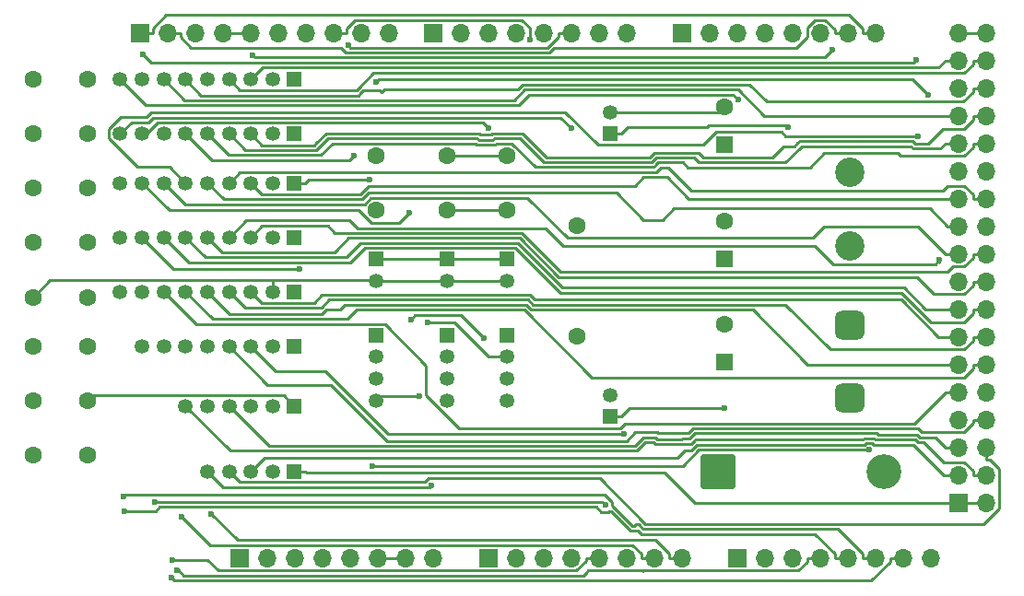
<source format=gbr>
%TF.GenerationSoftware,KiCad,Pcbnew,9.0.3*%
%TF.CreationDate,2026-02-21T11:24:43+01:00*%
%TF.ProjectId,Arduino Shield,41726475-696e-46f2-9053-6869656c642e,rev?*%
%TF.SameCoordinates,Original*%
%TF.FileFunction,Copper,L1,Top*%
%TF.FilePolarity,Positive*%
%FSLAX46Y46*%
G04 Gerber Fmt 4.6, Leading zero omitted, Abs format (unit mm)*
G04 Created by KiCad (PCBNEW 9.0.3) date 2026-02-21 11:24:43*
%MOMM*%
%LPD*%
G01*
G04 APERTURE LIST*
G04 Aperture macros list*
%AMRoundRect*
0 Rectangle with rounded corners*
0 $1 Rounding radius*
0 $2 $3 $4 $5 $6 $7 $8 $9 X,Y pos of 4 corners*
0 Add a 4 corners polygon primitive as box body*
4,1,4,$2,$3,$4,$5,$6,$7,$8,$9,$2,$3,0*
0 Add four circle primitives for the rounded corners*
1,1,$1+$1,$2,$3*
1,1,$1+$1,$4,$5*
1,1,$1+$1,$6,$7*
1,1,$1+$1,$8,$9*
0 Add four rect primitives between the rounded corners*
20,1,$1+$1,$2,$3,$4,$5,0*
20,1,$1+$1,$4,$5,$6,$7,0*
20,1,$1+$1,$6,$7,$8,$9,0*
20,1,$1+$1,$8,$9,$2,$3,0*%
G04 Aperture macros list end*
%TA.AperFunction,ComponentPad*%
%ADD10R,1.700000X1.700000*%
%TD*%
%TA.AperFunction,ComponentPad*%
%ADD11O,1.700000X1.700000*%
%TD*%
%TA.AperFunction,ComponentPad*%
%ADD12RoundRect,0.675000X0.675000X-0.675000X0.675000X0.675000X-0.675000X0.675000X-0.675000X-0.675000X0*%
%TD*%
%TA.AperFunction,ComponentPad*%
%ADD13C,2.700000*%
%TD*%
%TA.AperFunction,ComponentPad*%
%ADD14C,1.600000*%
%TD*%
%TA.AperFunction,ComponentPad*%
%ADD15R,1.350000X1.350000*%
%TD*%
%TA.AperFunction,ComponentPad*%
%ADD16C,1.350000*%
%TD*%
%TA.AperFunction,ComponentPad*%
%ADD17RoundRect,0.250000X-1.350000X-1.350000X1.350000X-1.350000X1.350000X1.350000X-1.350000X1.350000X0*%
%TD*%
%TA.AperFunction,ComponentPad*%
%ADD18C,3.200000*%
%TD*%
%TA.AperFunction,ComponentPad*%
%ADD19RoundRect,0.250000X0.550000X-0.550000X0.550000X0.550000X-0.550000X0.550000X-0.550000X-0.550000X0*%
%TD*%
%TA.AperFunction,ViaPad*%
%ADD20C,0.600000*%
%TD*%
%TA.AperFunction,Conductor*%
%ADD21C,0.250000*%
%TD*%
G04 APERTURE END LIST*
D10*
%TO.P,J7,1,Pin_1*%
%TO.N,GND*%
X193980000Y-92380000D03*
D11*
%TO.P,J7,2,Pin_2*%
X196520000Y-92380000D03*
%TO.P,J7,3,Pin_3*%
%TO.N,SPI_SCK*%
X193980000Y-89840000D03*
%TO.P,J7,4,Pin_4*%
%TO.N,SD_CS*%
X196520000Y-89840000D03*
%TO.P,J7,5,Pin_5*%
%TO.N,SPI_MISO*%
X193980000Y-87300000D03*
%TO.P,J7,6,Pin_6*%
%TO.N,SPI_MOSI*%
X196520000Y-87300000D03*
%TO.P,J7,7,Pin_7*%
%TO.N,SHARED_RST*%
X193980000Y-84760000D03*
%TO.P,J7,8,Pin_8*%
%TO.N,CH_MAIN_SCR_DC*%
X196520000Y-84760000D03*
%TO.P,J7,9,Pin_9*%
%TO.N,CH5_ENC_SW*%
X193980000Y-82220000D03*
%TO.P,J7,10,Pin_10*%
%TO.N,/47*%
X196520000Y-82220000D03*
%TO.P,J7,11,Pin_11*%
%TO.N,CH5_ENC_CLK*%
X193980000Y-79680000D03*
%TO.P,J7,12,Pin_12*%
%TO.N,CH5_ENC_DT*%
X196520000Y-79680000D03*
%TO.P,J7,13,Pin_13*%
%TO.N,CH5_SCR_CS*%
X193980000Y-77140000D03*
%TO.P,J7,14,Pin_14*%
%TO.N,CH5_SCR_DC*%
X196520000Y-77140000D03*
%TO.P,J7,15,Pin_15*%
%TO.N,CH4_ENC_DT*%
X193980000Y-74600000D03*
%TO.P,J7,16,Pin_16*%
%TO.N,CH4_ENC_SW*%
X196520000Y-74600000D03*
%TO.P,J7,17,Pin_17*%
%TO.N,CH4_SCR_DC*%
X193980000Y-72060000D03*
%TO.P,J7,18,Pin_18*%
%TO.N,CH4_ENC_CLK*%
X196520000Y-72060000D03*
%TO.P,J7,19,Pin_19*%
%TO.N,CH3_ENC_SW*%
X193980000Y-69520000D03*
%TO.P,J7,20,Pin_20*%
%TO.N,CH4_SCR_CS*%
X196520000Y-69520000D03*
%TO.P,J7,21,Pin_21*%
%TO.N,CH3_ENC_CLK*%
X193980000Y-66980000D03*
%TO.P,J7,22,Pin_22*%
%TO.N,CH3_ENC_DT*%
X196520000Y-66980000D03*
%TO.P,J7,23,Pin_23*%
%TO.N,CH3_SCR_CS*%
X193980000Y-64440000D03*
%TO.P,J7,24,Pin_24*%
%TO.N,CH3_SCR_DC*%
X196520000Y-64440000D03*
%TO.P,J7,25,Pin_25*%
%TO.N,CH2_ENC_DT*%
X193980000Y-61900000D03*
%TO.P,J7,26,Pin_26*%
%TO.N,CH2_ENC_SW*%
X196520000Y-61900000D03*
%TO.P,J7,27,Pin_27*%
%TO.N,CH2_SCR_DC*%
X193980000Y-59360000D03*
%TO.P,J7,28,Pin_28*%
%TO.N,CH2_ENC_CLK*%
X196520000Y-59360000D03*
%TO.P,J7,29,Pin_29*%
%TO.N,CH1_ENC_SW*%
X193980000Y-56820000D03*
%TO.P,J7,30,Pin_30*%
%TO.N,CH2_SCR_CS*%
X196520000Y-56820000D03*
%TO.P,J7,31,Pin_31*%
%TO.N,CH1_ENC_CLK*%
X193980000Y-54280000D03*
%TO.P,J7,32,Pin_32*%
%TO.N,CH1_ENC_DT*%
X196520000Y-54280000D03*
%TO.P,J7,33,Pin_33*%
%TO.N,CH1_SCR_CS*%
X193980000Y-51740000D03*
%TO.P,J7,34,Pin_34*%
%TO.N,CH1_SCR_DC*%
X196520000Y-51740000D03*
%TO.P,J7,35,Pin_35*%
%TO.N,+5V*%
X193980000Y-49200000D03*
%TO.P,J7,36,Pin_36*%
X196520000Y-49200000D03*
%TD*%
D10*
%TO.P,J1,1,Pin_1*%
%TO.N,unconnected-(J1-Pin_1-Pad1)*%
X127940000Y-97460000D03*
D11*
%TO.P,J1,2,Pin_2*%
%TO.N,/IOREF*%
X130480000Y-97460000D03*
%TO.P,J1,3,Pin_3*%
%TO.N,/~{RESET}*%
X133020000Y-97460000D03*
%TO.P,J1,4,Pin_4*%
%TO.N,+3V3*%
X135560000Y-97460000D03*
%TO.P,J1,5,Pin_5*%
%TO.N,+5V*%
X138100000Y-97460000D03*
%TO.P,J1,6,Pin_6*%
%TO.N,GND*%
X140640000Y-97460000D03*
%TO.P,J1,7,Pin_7*%
X143180000Y-97460000D03*
%TO.P,J1,8,Pin_8*%
%TO.N,VCC*%
X145720000Y-97460000D03*
%TD*%
D10*
%TO.P,J3,1,Pin_1*%
%TO.N,CH1_FADER_OUT*%
X150800000Y-97460000D03*
D11*
%TO.P,J3,2,Pin_2*%
%TO.N,CH2_FADER_OUT*%
X153340000Y-97460000D03*
%TO.P,J3,3,Pin_3*%
%TO.N,CH3_FADER_OUT*%
X155880000Y-97460000D03*
%TO.P,J3,4,Pin_4*%
%TO.N,CH4_FADER_OUT*%
X158420000Y-97460000D03*
%TO.P,J3,5,Pin_5*%
%TO.N,CH5_FADER_OUT*%
X160960000Y-97460000D03*
%TO.P,J3,6,Pin_6*%
%TO.N,CH_MAIN_SCR_CS*%
X163500000Y-97460000D03*
%TO.P,J3,7,Pin_7*%
%TO.N,CH_MAIN_ENC_CLK*%
X166040000Y-97460000D03*
%TO.P,J3,8,Pin_8*%
%TO.N,CH_MAIN_ENC_DT*%
X168580000Y-97460000D03*
%TD*%
D10*
%TO.P,J5,1,Pin_1*%
%TO.N,CH_MAIN_ENC_SW*%
X173660000Y-97460000D03*
D11*
%TO.P,J5,2,Pin_2*%
%TO.N,CH1_SCR_RST*%
X176200000Y-97460000D03*
%TO.P,J5,3,Pin_3*%
%TO.N,CH2_SCR_RST*%
X178740000Y-97460000D03*
%TO.P,J5,4,Pin_4*%
%TO.N,CH3_SCR_RST*%
X181280000Y-97460000D03*
%TO.P,J5,5,Pin_5*%
%TO.N,CH4_SCR_RST*%
X183820000Y-97460000D03*
%TO.P,J5,6,Pin_6*%
%TO.N,CH5_SCR_RST*%
X186360000Y-97460000D03*
%TO.P,J5,7,Pin_7*%
%TO.N,MAIN_SCR_RST*%
X188900000Y-97460000D03*
%TO.P,J5,8,Pin_8*%
%TO.N,/A15*%
X191440000Y-97460000D03*
%TD*%
D10*
%TO.P,J2,1,Pin_1*%
%TO.N,/SCL{slash}21*%
X118796000Y-49200000D03*
D11*
%TO.P,J2,2,Pin_2*%
%TO.N,/SDA{slash}20*%
X121336000Y-49200000D03*
%TO.P,J2,3,Pin_3*%
%TO.N,/AREF*%
X123876000Y-49200000D03*
%TO.P,J2,4,Pin_4*%
%TO.N,GND*%
X126416000Y-49200000D03*
%TO.P,J2,5,Pin_5*%
X128956000Y-49200000D03*
%TO.P,J2,6,Pin_6*%
%TO.N,SCR_BL_PWM*%
X131496000Y-49200000D03*
%TO.P,J2,7,Pin_7*%
%TO.N,CH5_MOTOR_B*%
X134036000Y-49200000D03*
%TO.P,J2,8,Pin_8*%
%TO.N,CH5_MOTOR_A*%
X136576000Y-49200000D03*
%TO.P,J2,9,Pin_9*%
%TO.N,CH4_MOTOR_B*%
X139116000Y-49200000D03*
%TO.P,J2,10,Pin_10*%
%TO.N,CH4_MOTOR_A*%
X141656000Y-49200000D03*
%TD*%
D10*
%TO.P,J4,1,Pin_1*%
%TO.N,CH3_MOTOR_B*%
X145720000Y-49200000D03*
D11*
%TO.P,J4,2,Pin_2*%
%TO.N,CH3_MOTOR_A*%
X148260000Y-49200000D03*
%TO.P,J4,3,Pin_3*%
%TO.N,CH2_MOTOR_B*%
X150800000Y-49200000D03*
%TO.P,J4,4,Pin_4*%
%TO.N,CH2_MOTOR_A*%
X153340000Y-49200000D03*
%TO.P,J4,5,Pin_5*%
%TO.N,CH1_MOTOR_B*%
X155880000Y-49200000D03*
%TO.P,J4,6,Pin_6*%
%TO.N,CH1_MOTOR_A*%
X158420000Y-49200000D03*
%TO.P,J4,7,Pin_7*%
%TO.N,/TX0{slash}1*%
X160960000Y-49200000D03*
%TO.P,J4,8,Pin_8*%
%TO.N,/RX0{slash}0*%
X163500000Y-49200000D03*
%TD*%
D10*
%TO.P,J6,1,Pin_1*%
%TO.N,/TX3{slash}14*%
X168580000Y-49200000D03*
D11*
%TO.P,J6,2,Pin_2*%
%TO.N,/RX3{slash}15*%
X171120000Y-49200000D03*
%TO.P,J6,3,Pin_3*%
%TO.N,/TX2{slash}16*%
X173660000Y-49200000D03*
%TO.P,J6,4,Pin_4*%
%TO.N,/RX2{slash}17*%
X176200000Y-49200000D03*
%TO.P,J6,5,Pin_5*%
%TO.N,/TX1{slash}18*%
X178740000Y-49200000D03*
%TO.P,J6,6,Pin_6*%
%TO.N,/RX1{slash}19*%
X181280000Y-49200000D03*
%TO.P,J6,7,Pin_7*%
%TO.N,/SDA{slash}20*%
X183820000Y-49200000D03*
%TO.P,J6,8,Pin_8*%
%TO.N,/SCL{slash}21*%
X186360000Y-49200000D03*
%TD*%
D12*
%TO.P,F1,1*%
%TO.N,Net-(D1-A)*%
X184000000Y-82800000D03*
X184000000Y-76040000D03*
D13*
%TO.P,F1,2*%
%TO.N,Net-(J18-Pin_1)*%
X184000000Y-68760000D03*
X184000000Y-62000000D03*
%TD*%
D14*
%TO.P,C15,1*%
%TO.N,GND*%
X114000000Y-78000000D03*
%TO.P,C15,2*%
%TO.N,E_VCC*%
X109000000Y-78000000D03*
%TD*%
%TO.P,C8,1*%
%TO.N,E_VCC*%
X152500000Y-65500000D03*
%TO.P,C8,2*%
%TO.N,GND*%
X152500000Y-60500000D03*
%TD*%
D15*
%TO.P,J22,1,Pin_1*%
%TO.N,GND*%
X140500000Y-70000000D03*
D16*
%TO.P,J22,2,Pin_2*%
%TO.N,E_VCC*%
X140500000Y-72000000D03*
%TD*%
D14*
%TO.P,C9,1*%
%TO.N,GND*%
X114000000Y-83000000D03*
%TO.P,C9,2*%
%TO.N,E_VCC*%
X109000000Y-83000000D03*
%TD*%
D15*
%TO.P,J9,1,Pin_1*%
%TO.N,GND*%
X133000000Y-53500000D03*
D16*
%TO.P,J9,2,Pin_2*%
%TO.N,E_VCC*%
X131000000Y-53500000D03*
%TO.P,J9,3,Pin_3*%
%TO.N,CH1_SCR_CS*%
X129000000Y-53500000D03*
%TO.P,J9,4,Pin_4*%
%TO.N,CH1_SCR_DC*%
X127000000Y-53500000D03*
%TO.P,J9,5,Pin_5*%
%TO.N,CH1_ENC_CLK*%
X125000000Y-53500000D03*
%TO.P,J9,6,Pin_6*%
%TO.N,CH1_ENC_DT*%
X123000000Y-53500000D03*
%TO.P,J9,7,Pin_7*%
%TO.N,CH1_ENC_SW*%
X121000000Y-53500000D03*
%TO.P,J9,8,Pin_8*%
%TO.N,CH1_FADER_OUT*%
X119000000Y-53500000D03*
%TO.P,J9,9,Pin_9*%
%TO.N,CH1_SCR_RST*%
X117000000Y-53500000D03*
%TD*%
D15*
%TO.P,J19,1,Pin_1*%
%TO.N,GND*%
X152500000Y-70000000D03*
D16*
%TO.P,J19,2,Pin_2*%
%TO.N,E_VCC*%
X152500000Y-72000000D03*
%TD*%
D14*
%TO.P,C7,1*%
%TO.N,E_VCC*%
X147000000Y-65500000D03*
%TO.P,C7,2*%
%TO.N,GND*%
X147000000Y-60500000D03*
%TD*%
%TO.P,C13,1*%
%TO.N,GND*%
X114000000Y-73500000D03*
%TO.P,C13,2*%
%TO.N,E_VCC*%
X109000000Y-73500000D03*
%TD*%
D15*
%TO.P,J14,1,Pin_1*%
%TO.N,GND*%
X133000000Y-78000000D03*
D16*
%TO.P,J14,2,Pin_2*%
%TO.N,E_VCC*%
X131000000Y-78000000D03*
%TO.P,J14,3,Pin_3*%
%TO.N,CH_MAIN_SCR_CS*%
X129000000Y-78000000D03*
%TO.P,J14,4,Pin_4*%
%TO.N,CH_MAIN_SCR_DC*%
X127000000Y-78000000D03*
%TO.P,J14,5,Pin_5*%
%TO.N,CH_MAIN_ENC_CLK*%
X125000000Y-78000000D03*
%TO.P,J14,6,Pin_6*%
%TO.N,CH_MAIN_ENC_DT*%
X123000000Y-78000000D03*
%TO.P,J14,7,Pin_7*%
%TO.N,CH_MAIN_ENC_SW*%
X121000000Y-78000000D03*
%TO.P,J14,8,Pin_8*%
%TO.N,MAIN_SCR_RST*%
X119000000Y-78000000D03*
%TD*%
D15*
%TO.P,J12,1,Pin_1*%
%TO.N,GND*%
X133000000Y-68000000D03*
D16*
%TO.P,J12,2,Pin_2*%
%TO.N,E_VCC*%
X131000000Y-68000000D03*
%TO.P,J12,3,Pin_3*%
%TO.N,CH4_SCR_CS*%
X129000000Y-68000000D03*
%TO.P,J12,4,Pin_4*%
%TO.N,CH4_SCR_DC*%
X127000000Y-68000000D03*
%TO.P,J12,5,Pin_5*%
%TO.N,CH4_ENC_CLK*%
X125000000Y-68000000D03*
%TO.P,J12,6,Pin_6*%
%TO.N,CH4_ENC_DT*%
X123000000Y-68000000D03*
%TO.P,J12,7,Pin_7*%
%TO.N,CH4_ENC_SW*%
X121000000Y-68000000D03*
%TO.P,J12,8,Pin_8*%
%TO.N,CH4_FADER_OUT*%
X119000000Y-68000000D03*
%TO.P,J12,9,Pin_9*%
%TO.N,CH4_SCR_RST*%
X117000000Y-68000000D03*
%TD*%
D15*
%TO.P,J21,1,Pin_1*%
%TO.N,GND*%
X147000000Y-70000000D03*
D16*
%TO.P,J21,2,Pin_2*%
%TO.N,E_VCC*%
X147000000Y-72000000D03*
%TD*%
D17*
%TO.P,D1,1,K*%
%TO.N,E_VCC*%
X171880000Y-89500000D03*
D18*
%TO.P,D1,2,A*%
%TO.N,Net-(D1-A)*%
X187120000Y-89500000D03*
%TD*%
D19*
%TO.P,C2,1*%
%TO.N,E_VCC*%
X172500000Y-70000000D03*
D14*
%TO.P,C2,2*%
%TO.N,GND*%
X172500000Y-66500000D03*
%TD*%
%TO.P,C14,1*%
%TO.N,GND*%
X114000000Y-68500000D03*
%TO.P,C14,2*%
%TO.N,E_VCC*%
X109000000Y-68500000D03*
%TD*%
D15*
%TO.P,J23,1,Pin_1*%
%TO.N,E_VCC*%
X162000000Y-84500000D03*
D16*
%TO.P,J23,2,Pin_2*%
%TO.N,Net-(J23-Pin_2)*%
X162000000Y-82500000D03*
%TD*%
D15*
%TO.P,J18,1,Pin_1*%
%TO.N,Net-(J18-Pin_1)*%
X162000000Y-58500000D03*
D16*
%TO.P,J18,2,Pin_2*%
%TO.N,GND*%
X162000000Y-56500000D03*
%TD*%
D15*
%TO.P,J15,1,Pin_1*%
%TO.N,CH5_MOTOR_A*%
X152500000Y-77000000D03*
D16*
%TO.P,J15,2,Pin_2*%
%TO.N,CH5_MOTOR_B*%
X152500000Y-79000000D03*
%TO.P,J15,3,Pin_3*%
%TO.N,unconnected-(J15-Pin_3-Pad3)*%
X152500000Y-81000000D03*
%TO.P,J15,4,Pin_4*%
%TO.N,unconnected-(J15-Pin_4-Pad4)*%
X152500000Y-83000000D03*
%TD*%
D15*
%TO.P,J8,1,Pin_1*%
%TO.N,GND*%
X133000000Y-89500000D03*
D16*
%TO.P,J8,2,Pin_2*%
%TO.N,E_VCC*%
X131000000Y-89500000D03*
%TO.P,J8,3,Pin_3*%
%TO.N,SPI_SCK*%
X129000000Y-89500000D03*
%TO.P,J8,4,Pin_4*%
%TO.N,SPI_MOSI*%
X127000000Y-89500000D03*
%TO.P,J8,5,Pin_5*%
%TO.N,SCR_BL_PWM*%
X125000000Y-89500000D03*
%TD*%
D19*
%TO.P,C1,1*%
%TO.N,E_VCC*%
X172500000Y-59500000D03*
D14*
%TO.P,C1,2*%
%TO.N,GND*%
X172500000Y-56000000D03*
%TD*%
%TO.P,C6,1*%
%TO.N,GND*%
X140500000Y-65500000D03*
%TO.P,C6,2*%
%TO.N,E_VCC*%
X140500000Y-60500000D03*
%TD*%
%TO.P,C10,1*%
%TO.N,GND*%
X114000000Y-53500000D03*
%TO.P,C10,2*%
%TO.N,E_VCC*%
X109000000Y-53500000D03*
%TD*%
D19*
%TO.P,C3,1*%
%TO.N,E_VCC*%
X172500000Y-79500000D03*
D14*
%TO.P,C3,2*%
%TO.N,GND*%
X172500000Y-76000000D03*
%TD*%
D15*
%TO.P,J10,1,Pin_1*%
%TO.N,GND*%
X133000000Y-58500000D03*
D16*
%TO.P,J10,2,Pin_2*%
%TO.N,E_VCC*%
X131000000Y-58500000D03*
%TO.P,J10,3,Pin_3*%
%TO.N,CH2_SCR_CS*%
X129000000Y-58500000D03*
%TO.P,J10,4,Pin_4*%
%TO.N,CH2_SCR_DC*%
X127000000Y-58500000D03*
%TO.P,J10,5,Pin_5*%
%TO.N,CH2_ENC_CLK*%
X125000000Y-58500000D03*
%TO.P,J10,6,Pin_6*%
%TO.N,CH2_ENC_DT*%
X123000000Y-58500000D03*
%TO.P,J10,7,Pin_7*%
%TO.N,CH2_ENC_SW*%
X121000000Y-58500000D03*
%TO.P,J10,8,Pin_8*%
%TO.N,CH2_FADER_OUT*%
X119000000Y-58500000D03*
%TO.P,J10,9,Pin_9*%
%TO.N,CH2_SCR_RST*%
X117000000Y-58500000D03*
%TD*%
D15*
%TO.P,J11,1,Pin_1*%
%TO.N,GND*%
X133000000Y-63000000D03*
D16*
%TO.P,J11,2,Pin_2*%
%TO.N,E_VCC*%
X131000000Y-63000000D03*
%TO.P,J11,3,Pin_3*%
%TO.N,CH3_SCR_CS*%
X129000000Y-63000000D03*
%TO.P,J11,4,Pin_4*%
%TO.N,CH3_SCR_DC*%
X127000000Y-63000000D03*
%TO.P,J11,5,Pin_5*%
%TO.N,CH3_ENC_CLK*%
X125000000Y-63000000D03*
%TO.P,J11,6,Pin_6*%
%TO.N,CH3_ENC_DT*%
X123000000Y-63000000D03*
%TO.P,J11,7,Pin_7*%
%TO.N,CH3_ENC_SW*%
X121000000Y-63000000D03*
%TO.P,J11,8,Pin_8*%
%TO.N,CH3_FADER_OUT*%
X119000000Y-63000000D03*
%TO.P,J11,9,Pin_9*%
%TO.N,CH3_SCR_RST*%
X117000000Y-63000000D03*
%TD*%
D15*
%TO.P,J17,1,Pin_1*%
%TO.N,CH1_MOTOR_A*%
X140500000Y-77000000D03*
D16*
%TO.P,J17,2,Pin_2*%
%TO.N,CH1_MOTOR_B*%
X140500000Y-79000000D03*
%TO.P,J17,3,Pin_3*%
%TO.N,CH2_MOTOR_A*%
X140500000Y-81000000D03*
%TO.P,J17,4,Pin_4*%
%TO.N,CH2_MOTOR_B*%
X140500000Y-83000000D03*
%TD*%
D14*
%TO.P,C11,1*%
%TO.N,GND*%
X114000000Y-58500000D03*
%TO.P,C11,2*%
%TO.N,E_VCC*%
X109000000Y-58500000D03*
%TD*%
%TO.P,R1,1*%
%TO.N,Net-(J23-Pin_2)*%
X159000000Y-66920000D03*
%TO.P,R1,2*%
%TO.N,GND*%
X159000000Y-77080000D03*
%TD*%
%TO.P,C4,1*%
%TO.N,GND*%
X114000000Y-88000000D03*
%TO.P,C4,2*%
%TO.N,E_VCC*%
X109000000Y-88000000D03*
%TD*%
%TO.P,C12,1*%
%TO.N,GND*%
X114000000Y-63500000D03*
%TO.P,C12,2*%
%TO.N,E_VCC*%
X109000000Y-63500000D03*
%TD*%
D15*
%TO.P,J16,1,Pin_1*%
%TO.N,CH3_MOTOR_A*%
X147000000Y-77000000D03*
D16*
%TO.P,J16,2,Pin_2*%
%TO.N,CH3_MOTOR_B*%
X147000000Y-79000000D03*
%TO.P,J16,3,Pin_3*%
%TO.N,CH4_MOTOR_A*%
X147000000Y-81000000D03*
%TO.P,J16,4,Pin_4*%
%TO.N,CH4_MOTOR_B*%
X147000000Y-83000000D03*
%TD*%
D15*
%TO.P,J13,1,Pin_1*%
%TO.N,GND*%
X133000000Y-73000000D03*
D16*
%TO.P,J13,2,Pin_2*%
%TO.N,E_VCC*%
X131000000Y-73000000D03*
%TO.P,J13,3,Pin_3*%
%TO.N,CH5_SCR_CS*%
X129000000Y-73000000D03*
%TO.P,J13,4,Pin_4*%
%TO.N,CH5_SCR_DC*%
X127000000Y-73000000D03*
%TO.P,J13,5,Pin_5*%
%TO.N,CH5_ENC_CLK*%
X125000000Y-73000000D03*
%TO.P,J13,6,Pin_6*%
%TO.N,CH5_ENC_DT*%
X123000000Y-73000000D03*
%TO.P,J13,7,Pin_7*%
%TO.N,CH5_ENC_SW*%
X121000000Y-73000000D03*
%TO.P,J13,8,Pin_8*%
%TO.N,CH5_FADER_OUT*%
X119000000Y-73000000D03*
%TO.P,J13,9,Pin_9*%
%TO.N,CH5_SCR_RST*%
X117000000Y-73000000D03*
%TD*%
D15*
%TO.P,J20,1,Pin_1*%
%TO.N,GND*%
X133000000Y-83500000D03*
D16*
%TO.P,J20,2,Pin_2*%
%TO.N,E_VCC*%
X131000000Y-83500000D03*
%TO.P,J20,3,Pin_3*%
%TO.N,SPI_MOSI*%
X129000000Y-83500000D03*
%TO.P,J20,4,Pin_4*%
%TO.N,SPI_MISO*%
X127000000Y-83500000D03*
%TO.P,J20,5,Pin_5*%
%TO.N,SPI_SCK*%
X125000000Y-83500000D03*
%TO.P,J20,6,Pin_6*%
%TO.N,SD_CS*%
X123000000Y-83500000D03*
%TD*%
D20*
%TO.N,GND*%
X139876600Y-62671800D03*
%TO.N,E_VCC*%
X172500000Y-83740200D03*
%TO.N,+5V*%
X185811400Y-87532800D03*
X140125000Y-89002000D03*
%TO.N,CH5_SCR_RST*%
X117282000Y-91840500D03*
%TO.N,MAIN_SCR_RST*%
X121748900Y-99304000D03*
%TO.N,CH3_SCR_RST*%
X122240000Y-98636700D03*
%TO.N,CH4_SCR_RST*%
X117352800Y-93149300D03*
%TO.N,CH1_SCR_RST*%
X173745900Y-55316200D03*
%TO.N,CH2_SCR_RST*%
X158480900Y-58001500D03*
%TO.N,Net-(J18-Pin_1)*%
X178382100Y-57900700D03*
%TO.N,SCR_BL_PWM*%
X145596000Y-90773400D03*
%TO.N,CH1_ENC_CLK*%
X182406500Y-50754800D03*
X129185900Y-51251200D03*
%TO.N,CH2_ENC_SW*%
X119091800Y-51195100D03*
X190081200Y-51721200D03*
%TO.N,CH2_FADER_OUT*%
X150813300Y-57964600D03*
%TO.N,CH2_ENC_DT*%
X191223100Y-54889500D03*
X140493100Y-53750600D03*
X138462100Y-60464900D03*
%TO.N,CH3_ENC_DT*%
X190249400Y-58713300D03*
%TO.N,CH3_FADER_OUT*%
X150383200Y-77227300D03*
X143531900Y-65772400D03*
X143704100Y-75536100D03*
%TO.N,CH4_FADER_OUT*%
X133489900Y-70906600D03*
%TO.N,CH4_SCR_DC*%
X192266800Y-70077000D03*
%TO.N,CH5_FADER_OUT*%
X121806300Y-97672700D03*
%TO.N,CH_MAIN_ENC_DT*%
X125350700Y-93399200D03*
%TO.N,CH_MAIN_ENC_CLK*%
X122672500Y-93712600D03*
%TO.N,CH_MAIN_ENC_SW*%
X120198500Y-92299400D03*
X161580600Y-92607200D03*
%TO.N,CH_MAIN_SCR_CS*%
X163262100Y-86098200D03*
%TO.N,CH5_MOTOR_A*%
X154610000Y-49851200D03*
%TO.N,CH5_MOTOR_B*%
X145204000Y-75797400D03*
%TO.N,CH2_MOTOR_B*%
X144481800Y-82584200D03*
%TO.N,CH1_MOTOR_A*%
X137974500Y-50373100D03*
%TD*%
D21*
%TO.N,GND*%
X134329900Y-62671800D02*
X134001700Y-63000000D01*
X147000000Y-70000000D02*
X140500000Y-70000000D01*
X139876600Y-62671800D02*
X134329900Y-62671800D01*
X140640000Y-97460000D02*
X143180000Y-97460000D01*
X172000000Y-56500000D02*
X172500000Y-56000000D01*
X167023900Y-89628700D02*
X169775200Y-92380000D01*
X134130400Y-89628700D02*
X167023900Y-89628700D01*
X162000000Y-56500000D02*
X172000000Y-56500000D01*
X193980000Y-92380000D02*
X196520000Y-92380000D01*
X128956000Y-49200000D02*
X126416000Y-49200000D01*
X134001700Y-89500000D02*
X134130400Y-89628700D01*
X133000000Y-89500000D02*
X134001700Y-89500000D01*
X133000000Y-63000000D02*
X134001700Y-63000000D01*
X147000000Y-70000000D02*
X152500000Y-70000000D01*
X133000000Y-83500000D02*
X131998300Y-82498300D01*
X131998300Y-82498300D02*
X114501700Y-82498300D01*
X169775200Y-92380000D02*
X193980000Y-92380000D01*
X114501700Y-82498300D02*
X114000000Y-83000000D01*
X152500000Y-60500000D02*
X147000000Y-60500000D01*
%TO.N,E_VCC*%
X163761500Y-83740200D02*
X163001700Y-84500000D01*
X110551300Y-71948700D02*
X109000000Y-73500000D01*
X172500000Y-83740200D02*
X163761500Y-83740200D01*
X131000000Y-71948700D02*
X131000000Y-73000000D01*
X140500000Y-72000000D02*
X147000000Y-72000000D01*
X152500000Y-72000000D02*
X147000000Y-72000000D01*
X162000000Y-84500000D02*
X163001700Y-84500000D01*
X140500000Y-72000000D02*
X140448700Y-71948700D01*
X140448700Y-71948700D02*
X131000000Y-71948700D01*
X131000000Y-71948700D02*
X110551300Y-71948700D01*
X152500000Y-65500000D02*
X147000000Y-65500000D01*
%TO.N,+5V*%
X193980000Y-49200000D02*
X196520000Y-49200000D01*
X168693200Y-89002000D02*
X170149900Y-87545300D01*
X140125000Y-89002000D02*
X168693200Y-89002000D01*
X185798900Y-87545300D02*
X185811400Y-87532800D01*
X170149900Y-87545300D02*
X185798900Y-87545300D01*
%TO.N,CH5_SCR_RST*%
X185183300Y-97460000D02*
X185183300Y-97092300D01*
X164811500Y-94594800D02*
X164811500Y-94550000D01*
X164354900Y-94369600D02*
X164181500Y-94543000D01*
X162207300Y-92672200D02*
X162207300Y-92347600D01*
X161532400Y-91672700D02*
X117449800Y-91672700D01*
X164181500Y-94543000D02*
X164078100Y-94543000D01*
X165036500Y-94819800D02*
X164811500Y-94594800D01*
X185183300Y-97092300D02*
X182910800Y-94819800D01*
X164078100Y-94543000D02*
X162207300Y-92672200D01*
X162207300Y-92347600D02*
X161532400Y-91672700D01*
X117449800Y-91672700D02*
X117282000Y-91840500D01*
X186360000Y-97460000D02*
X185183300Y-97460000D01*
X182910800Y-94819800D02*
X165036500Y-94819800D01*
X164811500Y-94550000D02*
X164631100Y-94369600D01*
X164631100Y-94369600D02*
X164354900Y-94369600D01*
%TO.N,MAIN_SCR_RST*%
X186010900Y-99540100D02*
X187723300Y-97827700D01*
X187723300Y-97827700D02*
X187723300Y-97460000D01*
X121748900Y-99304000D02*
X121985000Y-99540100D01*
X188900000Y-97460000D02*
X187723300Y-97460000D01*
X121985000Y-99540100D02*
X186010900Y-99540100D01*
%TO.N,CH3_SCR_RST*%
X159821900Y-98823800D02*
X160007500Y-98638200D01*
X181280000Y-97460000D02*
X180103300Y-97460000D01*
X122360800Y-98636700D02*
X122240000Y-98636700D01*
X165050000Y-98675700D02*
X165087500Y-98638200D01*
X165012500Y-98638200D02*
X165050000Y-98675700D01*
X179292900Y-98638200D02*
X180103300Y-97827800D01*
X180103300Y-97827800D02*
X180103300Y-97460000D01*
X159557300Y-99088400D02*
X159821900Y-98823800D01*
X159821900Y-98823800D02*
X160007500Y-98638200D01*
X165050000Y-98675700D02*
X165087500Y-98638200D01*
X160007500Y-98638200D02*
X165012500Y-98638200D01*
X165087500Y-98638200D02*
X179292900Y-98638200D01*
X122360800Y-98636700D02*
X122812500Y-99088400D01*
X122812500Y-99088400D02*
X159557300Y-99088400D01*
%TO.N,CH4_SCR_RST*%
X164522300Y-94944400D02*
X164849400Y-95271500D01*
X182643300Y-97092200D02*
X182643300Y-97460000D01*
X161173100Y-93233900D02*
X161840200Y-93233900D01*
X163891700Y-94995400D02*
X164367900Y-94995400D01*
X162070600Y-93174300D02*
X163891700Y-94995400D01*
X160697500Y-92758300D02*
X161173100Y-93233900D01*
X164367900Y-94995400D02*
X164418900Y-94944400D01*
X120625900Y-92758300D02*
X160697500Y-92758300D01*
X164418900Y-94944400D02*
X164522300Y-94944400D01*
X183820000Y-97460000D02*
X182643300Y-97460000D01*
X161840200Y-93233900D02*
X161899800Y-93174300D01*
X120234900Y-93149300D02*
X120625900Y-92758300D01*
X164849400Y-95271500D02*
X180822600Y-95271500D01*
X117352800Y-93149300D02*
X120234900Y-93149300D01*
X161899800Y-93174300D02*
X162070600Y-93174300D01*
X180822600Y-95271500D02*
X182643300Y-97092200D01*
%TO.N,CH1_SCR_RST*%
X153588100Y-55863100D02*
X154577900Y-54873300D01*
X173303000Y-54873300D02*
X173745900Y-55316200D01*
X117000000Y-53500000D02*
X119363100Y-55863100D01*
X119363100Y-55863100D02*
X153588100Y-55863100D01*
X154577900Y-54873300D02*
X173303000Y-54873300D01*
%TO.N,CH2_SCR_RST*%
X120048500Y-56996800D02*
X119587500Y-57457800D01*
X158480900Y-58001500D02*
X157476200Y-56996800D01*
X157476200Y-56996800D02*
X120048500Y-56996800D01*
X118042200Y-57457800D02*
X117000000Y-58500000D01*
X119587500Y-57457800D02*
X118042200Y-57457800D01*
%TO.N,/SDA{slash}20*%
X123509300Y-50564400D02*
X122512700Y-49567800D01*
X122512700Y-49567800D02*
X122512700Y-49200000D01*
X156683800Y-50751500D02*
X156869400Y-50565900D01*
X180103300Y-48712500D02*
X180792500Y-48023300D01*
X156419300Y-51016000D02*
X137703600Y-51016000D01*
X156869400Y-50565900D02*
X179094100Y-50565900D01*
X156683800Y-50751500D02*
X156869400Y-50565900D01*
X181767500Y-48023300D02*
X182643300Y-48899100D01*
X179094100Y-50565900D02*
X180103300Y-49556700D01*
X137252000Y-50564400D02*
X123509300Y-50564400D01*
X180792500Y-48023300D02*
X181767500Y-48023300D01*
X137703600Y-51016000D02*
X137252000Y-50564400D01*
X121336000Y-49200000D02*
X122512700Y-49200000D01*
X156683800Y-50751500D02*
X156419300Y-51016000D01*
X183820000Y-49200000D02*
X182643300Y-49200000D01*
X182643300Y-48899100D02*
X182643300Y-49200000D01*
X180103300Y-49556700D02*
X180103300Y-48712500D01*
%TO.N,/SCL{slash}21*%
X118796000Y-49200000D02*
X119972700Y-49200000D01*
X121233400Y-47571600D02*
X119972700Y-48832300D01*
X185183300Y-49200000D02*
X185183300Y-48832200D01*
X119972700Y-48832300D02*
X119972700Y-49200000D01*
X186360000Y-49200000D02*
X185183300Y-49200000D01*
X185183300Y-48832200D02*
X183922700Y-47571600D01*
X183922700Y-47571600D02*
X121233400Y-47571600D01*
%TO.N,Net-(J18-Pin_1)*%
X163601000Y-57900700D02*
X163001700Y-58500000D01*
X178214900Y-57733500D02*
X171072000Y-57733500D01*
X162000000Y-58500000D02*
X163001700Y-58500000D01*
X178382100Y-57900700D02*
X178214900Y-57733500D01*
X170904800Y-57900700D02*
X163601000Y-57900700D01*
X171072000Y-57733500D02*
X170904800Y-57900700D01*
X171072000Y-57733500D02*
X170904800Y-57900700D01*
%TO.N,SCR_BL_PWM*%
X125000000Y-89500000D02*
X126486600Y-90986600D01*
X145382800Y-90986600D02*
X145596000Y-90773400D01*
X126486600Y-90986600D02*
X145382800Y-90986600D01*
%TO.N,SPI_MOSI*%
X145336500Y-90146700D02*
X144981500Y-90501700D01*
X197702100Y-89291100D02*
X197702100Y-92926300D01*
X196282500Y-94345900D02*
X165246200Y-94345900D01*
X165246200Y-94345900D02*
X161047000Y-90146700D01*
X196520000Y-87300000D02*
X196520000Y-88476700D01*
X196520000Y-88476700D02*
X196887700Y-88476700D01*
X197702100Y-92926300D02*
X196282500Y-94345900D01*
X196887700Y-88476700D02*
X197702100Y-89291100D01*
X144981500Y-90501700D02*
X128001700Y-90501700D01*
X128001700Y-90501700D02*
X127000000Y-89500000D01*
X161047000Y-90146700D02*
X145336500Y-90146700D01*
%TO.N,SPI_SCK*%
X169490000Y-87566400D02*
X168853400Y-87566400D01*
X169991800Y-87066700D02*
X169964900Y-87093600D01*
X185391300Y-87066700D02*
X169991800Y-87066700D01*
X189863400Y-87066700D02*
X186231600Y-87066700D01*
X192803300Y-89840000D02*
X192636700Y-89840000D01*
X186231600Y-87066700D02*
X186071000Y-86906100D01*
X168164500Y-88255300D02*
X130244700Y-88255300D01*
X130244700Y-88255300D02*
X129000000Y-89500000D01*
X185551900Y-86906100D02*
X185391300Y-87066700D01*
X193980000Y-89840000D02*
X192803300Y-89840000D01*
X186071000Y-86906100D02*
X185551900Y-86906100D01*
X168853400Y-87566400D02*
X168164500Y-88255300D01*
X192636700Y-89840000D02*
X189863400Y-87066700D01*
X169962800Y-87093600D02*
X169490000Y-87566400D01*
X169964900Y-87093600D02*
X169962800Y-87093600D01*
%TO.N,CH1_ENC_CLK*%
X181693600Y-51467700D02*
X129402400Y-51467700D01*
X182406500Y-50754800D02*
X181693600Y-51467700D01*
X129402400Y-51467700D02*
X129185900Y-51251200D01*
%TO.N,CH1_ENC_SW*%
X176136200Y-56820000D02*
X192803300Y-56820000D01*
X153180500Y-55409100D02*
X154169200Y-54420400D01*
X193980000Y-56820000D02*
X192803300Y-56820000D01*
X121000000Y-53500000D02*
X122909100Y-55409100D01*
X154169200Y-54420400D02*
X173736600Y-54420400D01*
X173736600Y-54420400D02*
X176136200Y-56820000D01*
X122909100Y-55409100D02*
X153180500Y-55409100D01*
%TO.N,CH1_ENC_DT*%
X153581600Y-54367100D02*
X153982700Y-53966000D01*
X139336300Y-54507200D02*
X139071700Y-54771800D01*
X124455900Y-54955900D02*
X123000000Y-53500000D01*
X153581600Y-54367100D02*
X153552900Y-54395800D01*
X195343300Y-54647700D02*
X195343300Y-54280000D01*
X174809800Y-53966000D02*
X176360000Y-55516200D01*
X176360000Y-55516200D02*
X194474800Y-55516200D01*
X153552900Y-54395800D02*
X141259700Y-54395800D01*
X196520000Y-54280000D02*
X195343300Y-54280000D01*
X138887600Y-54955900D02*
X124455900Y-54955900D01*
X141259700Y-54395800D02*
X141146800Y-54508700D01*
X153581600Y-54367100D02*
X153552900Y-54395800D01*
X140834100Y-54507200D02*
X139336300Y-54507200D01*
X140991200Y-54664300D02*
X141146800Y-54508700D01*
X140991200Y-54664300D02*
X140834100Y-54507200D01*
X139071700Y-54771800D02*
X138887600Y-54955900D01*
X139071700Y-54771800D02*
X138887600Y-54955900D01*
X140991200Y-54664300D02*
X141146800Y-54508700D01*
X194474800Y-55516200D02*
X195343300Y-54647700D01*
X153982700Y-53966000D02*
X174809800Y-53966000D01*
%TO.N,CH1_SCR_DC*%
X194534400Y-52916700D02*
X140288000Y-52916700D01*
X128004200Y-54504200D02*
X127000000Y-53500000D01*
X138700500Y-54504200D02*
X128004200Y-54504200D01*
X196520000Y-51740000D02*
X195343300Y-51740000D01*
X138884600Y-54320100D02*
X138700500Y-54504200D01*
X195343300Y-51740000D02*
X195343300Y-52107800D01*
X195343300Y-52107800D02*
X194534400Y-52916700D01*
X138884600Y-54320100D02*
X138700500Y-54504200D01*
X140288000Y-52916700D02*
X138884600Y-54320100D01*
%TO.N,CH1_SCR_CS*%
X193980000Y-51740000D02*
X192803300Y-51740000D01*
X192172200Y-52371100D02*
X130128900Y-52371100D01*
X130128900Y-52371100D02*
X129000000Y-53500000D01*
X192803300Y-51740000D02*
X192172200Y-52371100D01*
%TO.N,CH2_ENC_SW*%
X190081200Y-51721200D02*
X189883000Y-51919400D01*
X119816100Y-51919400D02*
X119091800Y-51195100D01*
X189883000Y-51919400D02*
X119816100Y-51919400D01*
%TO.N,CH2_FADER_OUT*%
X150308000Y-57459300D02*
X150813300Y-57964600D01*
X119409300Y-58500000D02*
X120450000Y-57459300D01*
X119000000Y-58500000D02*
X119409300Y-58500000D01*
X120450000Y-57459300D02*
X150308000Y-57459300D01*
%TO.N,CH2_ENC_DT*%
X140793700Y-53450000D02*
X140493100Y-53750600D01*
X123000000Y-58500000D02*
X125411100Y-60911100D01*
X189783600Y-53450000D02*
X140793700Y-53450000D01*
X138015900Y-60911100D02*
X138462100Y-60464900D01*
X191223100Y-54889500D02*
X189783600Y-53450000D01*
X125411100Y-60911100D02*
X138015900Y-60911100D01*
%TO.N,CH2_SCR_DC*%
X169715200Y-60670300D02*
X166261900Y-60670300D01*
X165852500Y-61079700D02*
X155871100Y-61079700D01*
X165997300Y-60934900D02*
X165852500Y-61079700D01*
X170135300Y-61090400D02*
X169715200Y-60670300D01*
X192322300Y-59841000D02*
X192803300Y-59360000D01*
X151381400Y-58921600D02*
X151260000Y-59043000D01*
X179421100Y-59802300D02*
X179606700Y-59616700D01*
X151260000Y-59043000D02*
X149914900Y-59043000D01*
X179606700Y-59616700D02*
X189627800Y-59616700D01*
X189627800Y-59616700D02*
X189852100Y-59841000D01*
X193980000Y-59360000D02*
X192803300Y-59360000D01*
X153713000Y-58921600D02*
X151381400Y-58921600D01*
X179421100Y-59802300D02*
X179606700Y-59616700D01*
X178133000Y-61090400D02*
X170135300Y-61090400D01*
X165997300Y-60934900D02*
X165852500Y-61079700D01*
X179421100Y-59802300D02*
X178133000Y-61090400D01*
X166261900Y-60670300D02*
X165997300Y-60934900D01*
X128487100Y-59987100D02*
X127000000Y-58500000D01*
X149914900Y-59043000D02*
X149793500Y-58921600D01*
X155871100Y-61079700D02*
X153713000Y-58921600D01*
X135020600Y-59987100D02*
X128487100Y-59987100D01*
X189852100Y-59841000D02*
X192322300Y-59841000D01*
X136086100Y-58921600D02*
X135020600Y-59987100D01*
X149793500Y-58921600D02*
X136086100Y-58921600D01*
%TO.N,CH2_ENC_CLK*%
X195343300Y-59360000D02*
X195343300Y-59727800D01*
X181647100Y-60272700D02*
X180346200Y-61573600D01*
X188695400Y-60536700D02*
X188431400Y-60272700D01*
X152966800Y-59373300D02*
X151568500Y-59373300D01*
X180346200Y-61573600D02*
X169133900Y-61573600D01*
X155124900Y-61531400D02*
X152966800Y-59373300D01*
X149727800Y-59494700D02*
X149606400Y-59373300D01*
X195343300Y-59727800D02*
X194534400Y-60536700D01*
X166184400Y-61386600D02*
X166039600Y-61531400D01*
X149606400Y-59373300D02*
X136498100Y-59373300D01*
X151568500Y-59373300D02*
X151447100Y-59494700D01*
X166449000Y-61122000D02*
X166184400Y-61386600D01*
X196520000Y-59360000D02*
X195343300Y-59360000D01*
X136498100Y-59373300D02*
X135431100Y-60440300D01*
X168682300Y-61122000D02*
X166449000Y-61122000D01*
X166039600Y-61531400D02*
X155124900Y-61531400D01*
X194534400Y-60536700D02*
X188695400Y-60536700D01*
X169133900Y-61573600D02*
X168682300Y-61122000D01*
X151447100Y-59494700D02*
X149727800Y-59494700D01*
X126940300Y-60440300D02*
X125000000Y-58500000D01*
X188431400Y-60272700D02*
X181647100Y-60272700D01*
X166184400Y-61386600D02*
X166039600Y-61531400D01*
X135431100Y-60440300D02*
X126940300Y-60440300D01*
%TO.N,CH2_SCR_CS*%
X191204200Y-59389300D02*
X192558500Y-58035000D01*
X195343300Y-57187800D02*
X195343300Y-56820000D01*
X135898900Y-58469900D02*
X135016000Y-59352800D01*
X179234000Y-59350600D02*
X179419600Y-59165000D01*
X179419600Y-59165000D02*
X189814900Y-59165000D01*
X192558500Y-58035000D02*
X194496100Y-58035000D01*
X190039200Y-59389300D02*
X191204200Y-59389300D01*
X179234000Y-59350600D02*
X179419600Y-59165000D01*
X151194300Y-58469900D02*
X151072900Y-58591300D01*
X194496100Y-58035000D02*
X195343300Y-57187800D01*
X179234000Y-59350600D02*
X178969400Y-59615200D01*
X176886800Y-60638700D02*
X170545400Y-60638700D01*
X189814900Y-59165000D02*
X190039200Y-59389300D01*
X196520000Y-56820000D02*
X195343300Y-56820000D01*
X156137900Y-60628000D02*
X153979800Y-58469900D01*
X170545400Y-60638700D02*
X170125300Y-60218600D01*
X130035400Y-59535400D02*
X129000000Y-58500000D01*
X149980600Y-58469900D02*
X135898900Y-58469900D01*
X177910300Y-59615200D02*
X176886800Y-60638700D01*
X178969400Y-59615200D02*
X177910300Y-59615200D01*
X170125300Y-60218600D02*
X166074800Y-60218600D01*
X165665400Y-60628000D02*
X156137900Y-60628000D01*
X150102000Y-58591300D02*
X149980600Y-58469900D01*
X166074800Y-60218600D02*
X165810200Y-60483200D01*
X165810200Y-60483200D02*
X165665400Y-60628000D01*
X153979800Y-58469900D02*
X151194300Y-58469900D01*
X165810200Y-60483200D02*
X165665400Y-60628000D01*
X134833400Y-59535400D02*
X130035400Y-59535400D01*
X135016000Y-59352800D02*
X134833400Y-59535400D01*
X135016000Y-59352800D02*
X134833400Y-59535400D01*
X151072900Y-58591300D02*
X150102000Y-58591300D01*
%TO.N,CH3_ENC_CLK*%
X165093000Y-66395000D02*
X162619600Y-63921600D01*
X191371700Y-65361300D02*
X167891000Y-65361300D01*
X193980000Y-66980000D02*
X192990400Y-66980000D01*
X166857300Y-66395000D02*
X165093000Y-66395000D01*
X139846200Y-63921600D02*
X139269300Y-64498500D01*
X162619600Y-63921600D02*
X139846200Y-63921600D01*
X139269300Y-64498500D02*
X126498500Y-64498500D01*
X126498500Y-64498500D02*
X125000000Y-63000000D01*
X192990400Y-66980000D02*
X191371700Y-65361300D01*
X167891000Y-65361300D02*
X166857300Y-66395000D01*
%TO.N,CH3_SCR_DC*%
X167361500Y-61573700D02*
X169497600Y-63709800D01*
X166371500Y-61838300D02*
X166211500Y-61998300D01*
X195343300Y-64072200D02*
X195343300Y-64440000D01*
X192545200Y-63709800D02*
X192991700Y-63263300D01*
X166371500Y-61838300D02*
X166211500Y-61998300D01*
X169497600Y-63709800D02*
X192545200Y-63709800D01*
X166371500Y-61838300D02*
X166636100Y-61573700D01*
X192991700Y-63263300D02*
X194534400Y-63263300D01*
X194534400Y-63263300D02*
X195343300Y-64072200D01*
X166636100Y-61573700D02*
X167361500Y-61573700D01*
X127000000Y-63000000D02*
X128001700Y-61998300D01*
X196520000Y-64440000D02*
X195343300Y-64440000D01*
X128001700Y-61998300D02*
X166211500Y-61998300D01*
%TO.N,CH3_ENC_DT*%
X119605400Y-56753400D02*
X119418300Y-56940500D01*
X121531200Y-61531200D02*
X123000000Y-63000000D01*
X160883000Y-59517300D02*
X157854500Y-56488800D01*
X170565800Y-59517300D02*
X160883000Y-59517300D01*
X190249400Y-58713300D02*
X178106900Y-58713300D01*
X115977300Y-58046000D02*
X115977300Y-58905900D01*
X119605400Y-56753400D02*
X119418300Y-56940500D01*
X118602600Y-61531200D02*
X121531200Y-61531200D01*
X157854500Y-56488800D02*
X119870000Y-56488800D01*
X117082800Y-56940500D02*
X115977300Y-58046000D01*
X115977300Y-58905900D02*
X118602600Y-61531200D01*
X119418300Y-56940500D02*
X117082800Y-56940500D01*
X178106900Y-58713300D02*
X177720000Y-58326400D01*
X171756700Y-58326400D02*
X170565800Y-59517300D01*
X119870000Y-56488800D02*
X119605400Y-56753400D01*
X177720000Y-58326400D02*
X171756700Y-58326400D01*
%TO.N,CH3_SCR_CS*%
X139104300Y-64024700D02*
X139830500Y-63298500D01*
X139830500Y-63298500D02*
X164266700Y-63298500D01*
X169237900Y-64440000D02*
X192803300Y-64440000D01*
X129000000Y-63000000D02*
X130024700Y-64024700D01*
X164266700Y-63298500D02*
X165088100Y-62477100D01*
X130024700Y-64024700D02*
X139104300Y-64024700D01*
X165088100Y-62477100D02*
X167275000Y-62477100D01*
X193980000Y-64440000D02*
X192803300Y-64440000D01*
X167275000Y-62477100D02*
X169237900Y-64440000D01*
%TO.N,CH3_FADER_OUT*%
X138906600Y-65500000D02*
X121500000Y-65500000D01*
X140079900Y-66673300D02*
X138906600Y-65500000D01*
X148326500Y-75170600D02*
X144069600Y-75170600D01*
X142631000Y-66673300D02*
X140079900Y-66673300D01*
X143531900Y-65772400D02*
X142631000Y-66673300D01*
X150383200Y-77227300D02*
X148326500Y-75170600D01*
X144069600Y-75170600D02*
X143704100Y-75536100D01*
X121500000Y-65500000D02*
X119000000Y-63000000D01*
%TO.N,CH3_ENC_SW*%
X154399500Y-64373300D02*
X140033300Y-64373300D01*
X158080800Y-68054600D02*
X154399500Y-64373300D01*
X140033300Y-64373300D02*
X139452500Y-64954100D01*
X180660000Y-68054600D02*
X158080800Y-68054600D01*
X192803300Y-69520000D02*
X190321100Y-67037800D01*
X181676800Y-67037800D02*
X180660000Y-68054600D01*
X139452500Y-64954100D02*
X122954100Y-64954100D01*
X122954100Y-64954100D02*
X121000000Y-63000000D01*
X190321100Y-67037800D02*
X181676800Y-67037800D01*
X193980000Y-69520000D02*
X192803300Y-69520000D01*
%TO.N,CH4_ENC_CLK*%
X157286600Y-71658800D02*
X190180300Y-71658800D01*
X136883200Y-69189300D02*
X137997500Y-68075000D01*
X136883200Y-69189300D02*
X136696100Y-69376400D01*
X196520000Y-72060000D02*
X195343300Y-72060000D01*
X137997500Y-68075000D02*
X153702800Y-68075000D01*
X195343300Y-72427700D02*
X195343300Y-72060000D01*
X194528800Y-73242200D02*
X195343300Y-72427700D01*
X136696100Y-69376400D02*
X126376400Y-69376400D01*
X153702800Y-68075000D02*
X157286600Y-71658800D01*
X126376400Y-69376400D02*
X125000000Y-68000000D01*
X190180300Y-71658800D02*
X191763700Y-73242200D01*
X191763700Y-73242200D02*
X194528800Y-73242200D01*
X136883200Y-69189300D02*
X136696100Y-69376400D01*
%TO.N,CH4_SCR_CS*%
X136061200Y-66959200D02*
X136725300Y-67623300D01*
X157473700Y-71207100D02*
X193027700Y-71207100D01*
X153889900Y-67623300D02*
X157473700Y-71207100D01*
X136725300Y-67623300D02*
X153889900Y-67623300D01*
X196520000Y-69520000D02*
X195343300Y-69520000D01*
X130040800Y-66959200D02*
X136061200Y-66959200D01*
X193538100Y-70696700D02*
X194534400Y-70696700D01*
X195343300Y-69887800D02*
X195343300Y-69520000D01*
X129000000Y-68000000D02*
X130040800Y-66959200D01*
X193027700Y-71207100D02*
X193538100Y-70696700D01*
X194534400Y-70696700D02*
X195343300Y-69887800D01*
%TO.N,CH4_FADER_OUT*%
X121906600Y-70906600D02*
X133489900Y-70906600D01*
X119000000Y-68000000D02*
X121906600Y-70906600D01*
%TO.N,CH4_SCR_DC*%
X192266800Y-70077000D02*
X191865500Y-70478300D01*
X182479700Y-70478300D02*
X180795200Y-68793800D01*
X128535800Y-66464200D02*
X127000000Y-68000000D01*
X192266800Y-70077000D02*
X192266800Y-70346800D01*
X138079000Y-66464200D02*
X128535800Y-66464200D01*
X191865500Y-70478300D02*
X182479700Y-70478300D01*
X180795200Y-68793800D02*
X157702500Y-68793800D01*
X138786400Y-67171600D02*
X138079000Y-66464200D01*
X157702500Y-68793800D02*
X156080300Y-67171600D01*
X156080300Y-67171600D02*
X138786400Y-67171600D01*
X192266800Y-70346800D02*
X192266800Y-70077000D01*
%TO.N,CH4_ENC_SW*%
X121000000Y-68000000D02*
X123279800Y-70279800D01*
X188774900Y-73113500D02*
X191475000Y-75813600D01*
X157434500Y-73113500D02*
X188774900Y-73113500D01*
X195343300Y-74967700D02*
X195343300Y-74600000D01*
X191475000Y-75813600D02*
X194497400Y-75813600D01*
X196520000Y-74600000D02*
X195343300Y-74600000D01*
X123279800Y-70279800D02*
X138166000Y-70279800D01*
X138166000Y-70279800D02*
X139465900Y-68979900D01*
X194497400Y-75813600D02*
X195343300Y-74967700D01*
X139465900Y-68979900D02*
X153300900Y-68979900D01*
X153300900Y-68979900D02*
X157434500Y-73113500D01*
%TO.N,CH4_ENC_DT*%
X193980000Y-74600000D02*
X192803300Y-74600000D01*
X124828100Y-69828100D02*
X137754000Y-69828100D01*
X188988100Y-72608300D02*
X190979800Y-74600000D01*
X123000000Y-68000000D02*
X124828100Y-69828100D01*
X157597300Y-72608300D02*
X188988100Y-72608300D01*
X137754000Y-69828100D02*
X139055400Y-68526700D01*
X190979800Y-74600000D02*
X192803300Y-74600000D01*
X153515700Y-68526700D02*
X157597300Y-72608300D01*
X139055400Y-68526700D02*
X153515700Y-68526700D01*
%TO.N,CH5_FADER_OUT*%
X158909500Y-98636700D02*
X159783300Y-97762900D01*
X159783300Y-97762900D02*
X159783300Y-97460000D01*
X160960000Y-97460000D02*
X159783300Y-97460000D01*
X126001300Y-98636700D02*
X158909500Y-98636700D01*
X125037300Y-97672700D02*
X126001300Y-98636700D01*
X121806300Y-97672700D02*
X125037300Y-97672700D01*
%TO.N,CH5_ENC_CLK*%
X175090800Y-74638700D02*
X154726300Y-74638700D01*
X154279100Y-74191500D02*
X137651900Y-74191500D01*
X193980000Y-79680000D02*
X180132100Y-79680000D01*
X135667200Y-74921800D02*
X135546800Y-75042200D01*
X135667200Y-74921800D02*
X135546800Y-75042200D01*
X137186200Y-74657200D02*
X135931800Y-74657200D01*
X180132100Y-79680000D02*
X175090800Y-74638700D01*
X135546800Y-75042200D02*
X127042200Y-75042200D01*
X154726300Y-74638700D02*
X154279100Y-74191500D01*
X135931800Y-74657200D02*
X135667200Y-74921800D01*
X127042200Y-75042200D02*
X125000000Y-73000000D01*
X137651900Y-74191500D02*
X137186200Y-74657200D01*
%TO.N,CH5_SCR_DC*%
X154913400Y-74187000D02*
X154466200Y-73739800D01*
X195343300Y-77507700D02*
X194531300Y-78319700D01*
X135480100Y-74470100D02*
X135449100Y-74501100D01*
X128501100Y-74501100D02*
X135449100Y-74501100D01*
X154466200Y-73739800D02*
X136210400Y-73739800D01*
X178135400Y-74187000D02*
X154913400Y-74187000D01*
X135480100Y-74470100D02*
X135449100Y-74501100D01*
X196520000Y-77140000D02*
X195343300Y-77140000D01*
X195343300Y-77140000D02*
X195343300Y-77507700D01*
X182268100Y-78319700D02*
X178135400Y-74187000D01*
X127000000Y-73000000D02*
X128501100Y-74501100D01*
X136210400Y-73739800D02*
X135480100Y-74470100D01*
X194531300Y-78319700D02*
X182268100Y-78319700D01*
%TO.N,CH5_ENC_DT*%
X195343300Y-79680000D02*
X195343300Y-80047700D01*
X138732300Y-74643200D02*
X137881600Y-75493900D01*
X194485500Y-80905500D02*
X160354300Y-80905500D01*
X196520000Y-79680000D02*
X195343300Y-79680000D01*
X137881600Y-75493900D02*
X125493900Y-75493900D01*
X125493900Y-75493900D02*
X123000000Y-73000000D01*
X160354300Y-80905500D02*
X154092000Y-74643200D01*
X154092000Y-74643200D02*
X138732300Y-74643200D01*
X195343300Y-80047700D02*
X194485500Y-80905500D01*
%TO.N,CH5_SCR_CS*%
X188757700Y-73735200D02*
X192162500Y-77140000D01*
X135532600Y-73283600D02*
X154648900Y-73283600D01*
X192162500Y-77140000D02*
X192803300Y-77140000D01*
X193980000Y-77140000D02*
X192803300Y-77140000D01*
X134790700Y-74025500D02*
X135532600Y-73283600D01*
X129000000Y-73000000D02*
X130025500Y-74025500D01*
X154648900Y-73283600D02*
X155100500Y-73735200D01*
X130025500Y-74025500D02*
X134790700Y-74025500D01*
X155100500Y-73735200D02*
X188757700Y-73735200D01*
%TO.N,CH5_ENC_SW*%
X163374800Y-85099300D02*
X162949500Y-85524600D01*
X141310400Y-75998300D02*
X123998300Y-75998300D01*
X192803300Y-82220000D02*
X189924000Y-85099300D01*
X145108500Y-79796400D02*
X141310400Y-75998300D01*
X162949500Y-85524600D02*
X148108000Y-85524600D01*
X148108000Y-85524600D02*
X145108500Y-82525100D01*
X123998300Y-75998300D02*
X121000000Y-73000000D01*
X145108500Y-82525100D02*
X145108500Y-79796400D01*
X189924000Y-85099300D02*
X163374800Y-85099300D01*
X193980000Y-82220000D02*
X192803300Y-82220000D01*
%TO.N,CH_MAIN_ENC_DT*%
X127783100Y-95831600D02*
X125350700Y-93399200D01*
X167403300Y-97460000D02*
X167403300Y-97092200D01*
X167403300Y-97092200D02*
X166142700Y-95831600D01*
X168580000Y-97460000D02*
X167403300Y-97460000D01*
X166142700Y-95831600D02*
X127783100Y-95831600D01*
%TO.N,CH_MAIN_ENC_CLK*%
X164054400Y-96283300D02*
X125243200Y-96283300D01*
X164863300Y-97460000D02*
X164863300Y-97092200D01*
X166040000Y-97460000D02*
X164863300Y-97460000D01*
X164863300Y-97092200D02*
X164054400Y-96283300D01*
X125243200Y-96283300D02*
X122672500Y-93712600D01*
%TO.N,CH_MAIN_SCR_DC*%
X190264100Y-85551000D02*
X169589000Y-85551000D01*
X196520000Y-84760000D02*
X195343300Y-84760000D01*
X136345000Y-81548300D02*
X130548300Y-81548300D01*
X169589000Y-85551000D02*
X169174800Y-85965200D01*
X166380500Y-85965200D02*
X166352000Y-85936700D01*
X163522900Y-86725000D02*
X141521700Y-86725000D01*
X195343300Y-85079400D02*
X194481800Y-85940900D01*
X195343300Y-84760000D02*
X195343300Y-85079400D01*
X169174800Y-85965200D02*
X166380500Y-85965200D01*
X141521700Y-86725000D02*
X136345000Y-81548300D01*
X166352000Y-85936700D02*
X164311200Y-85936700D01*
X190654000Y-85940900D02*
X190264100Y-85551000D01*
X194481800Y-85940900D02*
X190654000Y-85940900D01*
X164311200Y-85936700D02*
X163522900Y-86725000D01*
X130548300Y-81548300D02*
X127000000Y-78000000D01*
%TO.N,CH_MAIN_ENC_SW*%
X161580600Y-92607200D02*
X161272800Y-92299400D01*
X161272800Y-92299400D02*
X120198500Y-92299400D01*
%TO.N,CH_MAIN_SCR_CS*%
X131275000Y-80275000D02*
X129000000Y-78000000D01*
X141637100Y-86098200D02*
X135813900Y-80275000D01*
X135813900Y-80275000D02*
X131275000Y-80275000D01*
X163262100Y-86098200D02*
X141637100Y-86098200D01*
%TO.N,CH5_MOTOR_A*%
X137752700Y-48832200D02*
X138561600Y-48023300D01*
X137752700Y-49200000D02*
X137752700Y-48832200D01*
X138561600Y-48023300D02*
X153899500Y-48023300D01*
X153899500Y-48023300D02*
X154610000Y-48733800D01*
X154610000Y-48733800D02*
X154610000Y-49851200D01*
X136576000Y-49200000D02*
X137752700Y-49200000D01*
%TO.N,CH5_MOTOR_B*%
X147659700Y-75797400D02*
X150862300Y-79000000D01*
X150862300Y-79000000D02*
X152500000Y-79000000D01*
X145204000Y-75797400D02*
X147659700Y-75797400D01*
%TO.N,CH2_MOTOR_B*%
X144481800Y-82584200D02*
X140915800Y-82584200D01*
X140915800Y-82584200D02*
X140500000Y-83000000D01*
%TO.N,CH1_MOTOR_A*%
X158420000Y-49200000D02*
X157243300Y-49200000D01*
X157243300Y-49200000D02*
X157243300Y-49553200D01*
X138165700Y-50564300D02*
X137974500Y-50373100D01*
X157243300Y-49553200D02*
X156232200Y-50564300D01*
X156232200Y-50564300D02*
X138165700Y-50564300D01*
%TO.N,SPI_MISO*%
X164513100Y-86917600D02*
X164254000Y-87176700D01*
X193980000Y-87300000D02*
X192803300Y-87300000D01*
X166164900Y-86388400D02*
X165042300Y-86388400D01*
X186605800Y-86163300D02*
X186445200Y-86002700D01*
X169324000Y-86454800D02*
X169247000Y-86531800D01*
X166341200Y-86564700D02*
X166164900Y-86388400D01*
X169324000Y-86454800D02*
X169247000Y-86531800D01*
X190237600Y-86163300D02*
X186605800Y-86163300D01*
X168610300Y-86531800D02*
X168577400Y-86564700D01*
X164254000Y-87176700D02*
X130676700Y-87176700D01*
X191895900Y-86392600D02*
X190466900Y-86392600D01*
X186445200Y-86002700D02*
X169778200Y-86002700D01*
X169778200Y-86002700D02*
X169590700Y-86190200D01*
X164513100Y-86917600D02*
X164254000Y-87176700D01*
X130676700Y-87176700D02*
X127000000Y-83500000D01*
X190466900Y-86392600D02*
X190237600Y-86163300D01*
X169590700Y-86190200D02*
X169588600Y-86190200D01*
X165042300Y-86388400D02*
X164513100Y-86917600D01*
X192803300Y-87300000D02*
X191895900Y-86392600D01*
X169247000Y-86531800D02*
X168610300Y-86531800D01*
X169588600Y-86190200D02*
X169324000Y-86454800D01*
X168577400Y-86564700D02*
X166341200Y-86564700D01*
%TO.N,SD_CS*%
X186418700Y-86615000D02*
X186258100Y-86454400D01*
X127128400Y-87628400D02*
X123000000Y-83500000D01*
X169775700Y-86641900D02*
X169511100Y-86906500D01*
X195343300Y-89840000D02*
X195343300Y-89472200D01*
X169777800Y-86641900D02*
X169775700Y-86641900D01*
X194534400Y-88663300D02*
X192625600Y-88663300D01*
X169804700Y-86615000D02*
X169777800Y-86641900D01*
X168797400Y-86983500D02*
X168742100Y-87038800D01*
X185204200Y-86615000D02*
X169804700Y-86615000D01*
X168742100Y-87038800D02*
X166176500Y-87038800D01*
X196520000Y-89840000D02*
X195343300Y-89840000D01*
X165229400Y-86840100D02*
X164441100Y-87628400D01*
X169434100Y-86983500D02*
X168797400Y-86983500D01*
X165977800Y-86840100D02*
X165229400Y-86840100D01*
X185364800Y-86454400D02*
X185204200Y-86615000D01*
X192625600Y-88663300D02*
X190806600Y-86844300D01*
X195343300Y-89472200D02*
X194534400Y-88663300D01*
X166176500Y-87038800D02*
X165977800Y-86840100D01*
X190279800Y-86844300D02*
X190050500Y-86615000D01*
X190050500Y-86615000D02*
X186418700Y-86615000D01*
X190806600Y-86844300D02*
X190279800Y-86844300D01*
X169511100Y-86906500D02*
X169434100Y-86983500D01*
X169511100Y-86906500D02*
X169434100Y-86983500D01*
X186258100Y-86454400D02*
X185364800Y-86454400D01*
X164441100Y-87628400D02*
X127128400Y-87628400D01*
%TD*%
M02*

</source>
